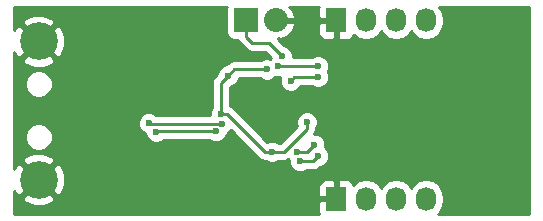
<source format=gbl>
G04 #@! TF.FileFunction,Copper,L2,Bot,Signal*
%FSLAX46Y46*%
G04 Gerber Fmt 4.6, Leading zero omitted, Abs format (unit mm)*
G04 Created by KiCad (PCBNEW (2016-05-05 BZR 6775)-product) date Monday, 13 February 2017 'pmt' 19:42:56*
%MOMM*%
%LPD*%
G01*
G04 APERTURE LIST*
%ADD10C,0.100000*%
%ADD11C,3.200000*%
%ADD12R,1.727200X2.032000*%
%ADD13O,1.727200X2.032000*%
%ADD14R,2.032000X2.032000*%
%ADD15O,2.032000X2.032000*%
%ADD16C,0.600000*%
%ADD17C,0.250000*%
%ADD18C,0.254000*%
G04 APERTURE END LIST*
D10*
D11*
X72750000Y-85350000D03*
X72750000Y-73650000D03*
D12*
X97940000Y-71880000D03*
D13*
X100480000Y-71880000D03*
X103020000Y-71880000D03*
X105560000Y-71880000D03*
D12*
X97940000Y-87000000D03*
D13*
X100480000Y-87000000D03*
X103020000Y-87000000D03*
X105560000Y-87000000D03*
D14*
X90320000Y-71880000D03*
D15*
X92860000Y-71880000D03*
D16*
X83462000Y-73150000D03*
X90950000Y-78700000D03*
X92084437Y-76034403D03*
X92500000Y-83000000D03*
X88175000Y-79825000D03*
X88802962Y-76545976D03*
X95475000Y-80475000D03*
X82090535Y-80554704D03*
X88258161Y-80633010D03*
X82719658Y-81292714D03*
X87780000Y-81278000D03*
X93368000Y-74928000D03*
X94099892Y-76983499D03*
X96431670Y-76661753D03*
X96423914Y-75758886D03*
X93009918Y-75756330D03*
X96107119Y-82401454D03*
X94638000Y-83056000D03*
X96443219Y-83346735D03*
X94892000Y-83818000D03*
D17*
X95475000Y-80475000D02*
X95475000Y-81058981D01*
X95475000Y-81058981D02*
X93533981Y-83000000D01*
X93533981Y-83000000D02*
X92924264Y-83000000D01*
X92924264Y-83000000D02*
X92500000Y-83000000D01*
X89314535Y-76034403D02*
X91660173Y-76034403D01*
X88802962Y-76545976D02*
X89314535Y-76034403D01*
X91660173Y-76034403D02*
X92084437Y-76034403D01*
X88802962Y-76545976D02*
X88179739Y-77169199D01*
X88179739Y-77169199D02*
X88179739Y-79820261D01*
X88179739Y-79820261D02*
X88175000Y-79825000D01*
X88175000Y-79825000D02*
X88723350Y-79825000D01*
X88723350Y-79825000D02*
X91898350Y-83000000D01*
X91898350Y-83000000D02*
X92500000Y-83000000D01*
X82168841Y-80633010D02*
X82090535Y-80554704D01*
X88258161Y-80633010D02*
X82168841Y-80633010D01*
X87780000Y-81278000D02*
X82734372Y-81278000D01*
X82734372Y-81278000D02*
X82719658Y-81292714D01*
X93368000Y-74928000D02*
X92240097Y-73800097D01*
X92240097Y-73800097D02*
X90828814Y-73800097D01*
X90828814Y-73800097D02*
X90320000Y-73291283D01*
X90320000Y-73291283D02*
X90320000Y-71880000D01*
X94399891Y-76683500D02*
X94099892Y-76983499D01*
X96431670Y-76661753D02*
X94421638Y-76661753D01*
X94421638Y-76661753D02*
X94399891Y-76683500D01*
X96421358Y-75756330D02*
X96423914Y-75758886D01*
X93009918Y-75756330D02*
X96421358Y-75756330D01*
X95807120Y-82701453D02*
X96107119Y-82401454D01*
X95452573Y-83056000D02*
X95807120Y-82701453D01*
X94638000Y-83056000D02*
X95452573Y-83056000D01*
X96143220Y-83646734D02*
X96443219Y-83346735D01*
X95971954Y-83818000D02*
X96143220Y-83646734D01*
X94892000Y-83818000D02*
X95971954Y-83818000D01*
D18*
G36*
X88656560Y-70864000D02*
X88656560Y-72896000D01*
X88705843Y-73143765D01*
X88846191Y-73353809D01*
X89056235Y-73494157D01*
X89304000Y-73543440D01*
X89610158Y-73543440D01*
X89617852Y-73582122D01*
X89782599Y-73828684D01*
X90291413Y-74337498D01*
X90537975Y-74502245D01*
X90828814Y-74560097D01*
X91925295Y-74560097D01*
X92404626Y-75039428D01*
X92322896Y-75121016D01*
X92271236Y-75099565D01*
X91899270Y-75099241D01*
X91555494Y-75241286D01*
X91522319Y-75274403D01*
X89314535Y-75274403D01*
X89071949Y-75322657D01*
X89023695Y-75332255D01*
X88777134Y-75497002D01*
X88663282Y-75610854D01*
X88617795Y-75610814D01*
X88274019Y-75752859D01*
X88010770Y-76015649D01*
X87868124Y-76359177D01*
X87868083Y-76406053D01*
X87642338Y-76631798D01*
X87477591Y-76878360D01*
X87419739Y-77169199D01*
X87419739Y-79257806D01*
X87382808Y-79294673D01*
X87240162Y-79638201D01*
X87239957Y-79873010D01*
X82731167Y-79873010D01*
X82620862Y-79762512D01*
X82277334Y-79619866D01*
X81905368Y-79619542D01*
X81561592Y-79761587D01*
X81298343Y-80024377D01*
X81155697Y-80367905D01*
X81155373Y-80739871D01*
X81297418Y-81083647D01*
X81560208Y-81346896D01*
X81784529Y-81440043D01*
X81784496Y-81477881D01*
X81926541Y-81821657D01*
X82189331Y-82084906D01*
X82532859Y-82227552D01*
X82904825Y-82227876D01*
X83248601Y-82085831D01*
X83296516Y-82038000D01*
X87217537Y-82038000D01*
X87249673Y-82070192D01*
X87593201Y-82212838D01*
X87965167Y-82213162D01*
X88308943Y-82071117D01*
X88572192Y-81808327D01*
X88714838Y-81464799D01*
X88714846Y-81455983D01*
X88787104Y-81426127D01*
X89018591Y-81195043D01*
X91360949Y-83537401D01*
X91607511Y-83702148D01*
X91898350Y-83760000D01*
X91937537Y-83760000D01*
X91969673Y-83792192D01*
X92313201Y-83934838D01*
X92685167Y-83935162D01*
X93028943Y-83793117D01*
X93062118Y-83760000D01*
X93533981Y-83760000D01*
X93824820Y-83702148D01*
X93907041Y-83647210D01*
X93957104Y-83697360D01*
X93956838Y-84003167D01*
X94098883Y-84346943D01*
X94361673Y-84610192D01*
X94705201Y-84752838D01*
X95077167Y-84753162D01*
X95420943Y-84611117D01*
X95454118Y-84578000D01*
X95971954Y-84578000D01*
X96262793Y-84520148D01*
X96509355Y-84355401D01*
X96582899Y-84281857D01*
X96628386Y-84281897D01*
X96972162Y-84139852D01*
X97235411Y-83877062D01*
X97378057Y-83533534D01*
X97378381Y-83161568D01*
X97236336Y-82817792D01*
X97031746Y-82612844D01*
X97041957Y-82588253D01*
X97042281Y-82216287D01*
X96900236Y-81872511D01*
X96637446Y-81609262D01*
X96293918Y-81466616D01*
X96099221Y-81466446D01*
X96177148Y-81349821D01*
X96235000Y-81058981D01*
X96235000Y-81037463D01*
X96267192Y-81005327D01*
X96409838Y-80661799D01*
X96410162Y-80289833D01*
X96268117Y-79946057D01*
X96005327Y-79682808D01*
X95661799Y-79540162D01*
X95289833Y-79539838D01*
X94946057Y-79681883D01*
X94682808Y-79944673D01*
X94540162Y-80288201D01*
X94539838Y-80660167D01*
X94615616Y-80843563D01*
X93219179Y-82240000D01*
X93062463Y-82240000D01*
X93030327Y-82207808D01*
X92686799Y-82065162D01*
X92314833Y-82064838D01*
X92118934Y-82145782D01*
X89260751Y-79287599D01*
X89014189Y-79122852D01*
X88939739Y-79108043D01*
X88939739Y-77484001D01*
X88942642Y-77481098D01*
X88988129Y-77481138D01*
X89331905Y-77339093D01*
X89595154Y-77076303D01*
X89712210Y-76794403D01*
X91521974Y-76794403D01*
X91554110Y-76826595D01*
X91897638Y-76969241D01*
X92269604Y-76969565D01*
X92613380Y-76827520D01*
X92771459Y-76669717D01*
X92823119Y-76691168D01*
X93195085Y-76691492D01*
X93211569Y-76684681D01*
X93165054Y-76796700D01*
X93164730Y-77168666D01*
X93306775Y-77512442D01*
X93569565Y-77775691D01*
X93913093Y-77918337D01*
X94285059Y-77918661D01*
X94628835Y-77776616D01*
X94892084Y-77513826D01*
X94930316Y-77421753D01*
X95869207Y-77421753D01*
X95901343Y-77453945D01*
X96244871Y-77596591D01*
X96616837Y-77596915D01*
X96960613Y-77454870D01*
X97223862Y-77192080D01*
X97366508Y-76848552D01*
X97366832Y-76476586D01*
X97252849Y-76200726D01*
X97358752Y-75945685D01*
X97359076Y-75573719D01*
X97217031Y-75229943D01*
X96954241Y-74966694D01*
X96610713Y-74824048D01*
X96238747Y-74823724D01*
X95894971Y-74965769D01*
X95864357Y-74996330D01*
X94302941Y-74996330D01*
X94303162Y-74742833D01*
X94161117Y-74399057D01*
X93898327Y-74135808D01*
X93554799Y-73993162D01*
X93507923Y-73993121D01*
X92987002Y-73472200D01*
X92987002Y-73366837D01*
X93242944Y-73485975D01*
X93724818Y-73286385D01*
X94197188Y-72848379D01*
X94465983Y-72262946D01*
X94420939Y-72165750D01*
X96441400Y-72165750D01*
X96441400Y-73022310D01*
X96538073Y-73255699D01*
X96716702Y-73434327D01*
X96950091Y-73531000D01*
X97654250Y-73531000D01*
X97813000Y-73372250D01*
X97813000Y-72007000D01*
X96600150Y-72007000D01*
X96441400Y-72165750D01*
X94420939Y-72165750D01*
X94347367Y-72007000D01*
X92987000Y-72007000D01*
X92987000Y-72027000D01*
X92733000Y-72027000D01*
X92733000Y-72007000D01*
X92713000Y-72007000D01*
X92713000Y-71753000D01*
X92733000Y-71753000D01*
X92733000Y-71733000D01*
X92987000Y-71733000D01*
X92987000Y-71753000D01*
X94347367Y-71753000D01*
X94465983Y-71497054D01*
X94197188Y-70911621D01*
X93979749Y-70710000D01*
X96452870Y-70710000D01*
X96441400Y-70737690D01*
X96441400Y-71594250D01*
X96600150Y-71753000D01*
X97813000Y-71753000D01*
X97813000Y-71733000D01*
X98067000Y-71733000D01*
X98067000Y-71753000D01*
X98087000Y-71753000D01*
X98087000Y-72007000D01*
X98067000Y-72007000D01*
X98067000Y-73372250D01*
X98225750Y-73531000D01*
X98929909Y-73531000D01*
X99163298Y-73434327D01*
X99341927Y-73255699D01*
X99405500Y-73102220D01*
X99420330Y-73124415D01*
X99906511Y-73449271D01*
X100480000Y-73563345D01*
X101053489Y-73449271D01*
X101539670Y-73124415D01*
X101750000Y-72809634D01*
X101960330Y-73124415D01*
X102446511Y-73449271D01*
X103020000Y-73563345D01*
X103593489Y-73449271D01*
X104079670Y-73124415D01*
X104290000Y-72809634D01*
X104500330Y-73124415D01*
X104986511Y-73449271D01*
X105560000Y-73563345D01*
X106133489Y-73449271D01*
X106619670Y-73124415D01*
X106944526Y-72638234D01*
X107058600Y-72064745D01*
X107058600Y-71695255D01*
X106944526Y-71121766D01*
X106669393Y-70710000D01*
X114290000Y-70710000D01*
X114290000Y-88290000D01*
X106551447Y-88290000D01*
X106619670Y-88244415D01*
X106944526Y-87758234D01*
X107058600Y-87184745D01*
X107058600Y-86815255D01*
X106944526Y-86241766D01*
X106619670Y-85755585D01*
X106133489Y-85430729D01*
X105560000Y-85316655D01*
X104986511Y-85430729D01*
X104500330Y-85755585D01*
X104290000Y-86070366D01*
X104079670Y-85755585D01*
X103593489Y-85430729D01*
X103020000Y-85316655D01*
X102446511Y-85430729D01*
X101960330Y-85755585D01*
X101750000Y-86070366D01*
X101539670Y-85755585D01*
X101053489Y-85430729D01*
X100480000Y-85316655D01*
X99906511Y-85430729D01*
X99420330Y-85755585D01*
X99405500Y-85777780D01*
X99341927Y-85624301D01*
X99163298Y-85445673D01*
X98929909Y-85349000D01*
X98225750Y-85349000D01*
X98067000Y-85507750D01*
X98067000Y-86873000D01*
X98087000Y-86873000D01*
X98087000Y-87127000D01*
X98067000Y-87127000D01*
X98067000Y-87147000D01*
X97813000Y-87147000D01*
X97813000Y-87127000D01*
X96600150Y-87127000D01*
X96441400Y-87285750D01*
X96441400Y-88142310D01*
X96502575Y-88290000D01*
X70710000Y-88290000D01*
X70710000Y-86936202D01*
X71343403Y-86936202D01*
X71515390Y-87265360D01*
X72342346Y-87592026D01*
X73231363Y-87577365D01*
X73984610Y-87265360D01*
X74156597Y-86936202D01*
X72750000Y-85529605D01*
X71343403Y-86936202D01*
X70710000Y-86936202D01*
X70710000Y-86283702D01*
X70834640Y-86584610D01*
X71163798Y-86756597D01*
X72570395Y-85350000D01*
X72929605Y-85350000D01*
X74336202Y-86756597D01*
X74665360Y-86584610D01*
X74952509Y-85857690D01*
X96441400Y-85857690D01*
X96441400Y-86714250D01*
X96600150Y-86873000D01*
X97813000Y-86873000D01*
X97813000Y-85507750D01*
X97654250Y-85349000D01*
X96950091Y-85349000D01*
X96716702Y-85445673D01*
X96538073Y-85624301D01*
X96441400Y-85857690D01*
X74952509Y-85857690D01*
X74992026Y-85757654D01*
X74977365Y-84868637D01*
X74665360Y-84115390D01*
X74336202Y-83943403D01*
X72929605Y-85350000D01*
X72570395Y-85350000D01*
X71163798Y-83943403D01*
X70834640Y-84115390D01*
X70710000Y-84430917D01*
X70710000Y-83763798D01*
X71343403Y-83763798D01*
X72750000Y-85170395D01*
X74156597Y-83763798D01*
X73984610Y-83434640D01*
X73157654Y-83107974D01*
X72268637Y-83122635D01*
X71515390Y-83434640D01*
X71343403Y-83763798D01*
X70710000Y-83763798D01*
X70710000Y-81984677D01*
X71564794Y-81984677D01*
X71744820Y-82420372D01*
X72077875Y-82754009D01*
X72513255Y-82934794D01*
X72984677Y-82935206D01*
X73420372Y-82755180D01*
X73754009Y-82422125D01*
X73934794Y-81986745D01*
X73935206Y-81515323D01*
X73755180Y-81079628D01*
X73422125Y-80745991D01*
X72986745Y-80565206D01*
X72515323Y-80564794D01*
X72079628Y-80744820D01*
X71745991Y-81077875D01*
X71565206Y-81513255D01*
X71564794Y-81984677D01*
X70710000Y-81984677D01*
X70710000Y-77484677D01*
X71564794Y-77484677D01*
X71744820Y-77920372D01*
X72077875Y-78254009D01*
X72513255Y-78434794D01*
X72984677Y-78435206D01*
X73420372Y-78255180D01*
X73754009Y-77922125D01*
X73934794Y-77486745D01*
X73935206Y-77015323D01*
X73755180Y-76579628D01*
X73422125Y-76245991D01*
X72986745Y-76065206D01*
X72515323Y-76064794D01*
X72079628Y-76244820D01*
X71745991Y-76577875D01*
X71565206Y-77013255D01*
X71564794Y-77484677D01*
X70710000Y-77484677D01*
X70710000Y-75236202D01*
X71343403Y-75236202D01*
X71515390Y-75565360D01*
X72342346Y-75892026D01*
X73231363Y-75877365D01*
X73984610Y-75565360D01*
X74156597Y-75236202D01*
X72750000Y-73829605D01*
X71343403Y-75236202D01*
X70710000Y-75236202D01*
X70710000Y-74583702D01*
X70834640Y-74884610D01*
X71163798Y-75056597D01*
X72570395Y-73650000D01*
X72929605Y-73650000D01*
X74336202Y-75056597D01*
X74665360Y-74884610D01*
X74992026Y-74057654D01*
X74977365Y-73168637D01*
X74665360Y-72415390D01*
X74336202Y-72243403D01*
X72929605Y-73650000D01*
X72570395Y-73650000D01*
X71163798Y-72243403D01*
X70834640Y-72415390D01*
X70710000Y-72730917D01*
X70710000Y-72063798D01*
X71343403Y-72063798D01*
X72750000Y-73470395D01*
X74156597Y-72063798D01*
X73984610Y-71734640D01*
X73157654Y-71407974D01*
X72268637Y-71422635D01*
X71515390Y-71734640D01*
X71343403Y-72063798D01*
X70710000Y-72063798D01*
X70710000Y-70710000D01*
X88687192Y-70710000D01*
X88656560Y-70864000D01*
X88656560Y-70864000D01*
G37*
X88656560Y-70864000D02*
X88656560Y-72896000D01*
X88705843Y-73143765D01*
X88846191Y-73353809D01*
X89056235Y-73494157D01*
X89304000Y-73543440D01*
X89610158Y-73543440D01*
X89617852Y-73582122D01*
X89782599Y-73828684D01*
X90291413Y-74337498D01*
X90537975Y-74502245D01*
X90828814Y-74560097D01*
X91925295Y-74560097D01*
X92404626Y-75039428D01*
X92322896Y-75121016D01*
X92271236Y-75099565D01*
X91899270Y-75099241D01*
X91555494Y-75241286D01*
X91522319Y-75274403D01*
X89314535Y-75274403D01*
X89071949Y-75322657D01*
X89023695Y-75332255D01*
X88777134Y-75497002D01*
X88663282Y-75610854D01*
X88617795Y-75610814D01*
X88274019Y-75752859D01*
X88010770Y-76015649D01*
X87868124Y-76359177D01*
X87868083Y-76406053D01*
X87642338Y-76631798D01*
X87477591Y-76878360D01*
X87419739Y-77169199D01*
X87419739Y-79257806D01*
X87382808Y-79294673D01*
X87240162Y-79638201D01*
X87239957Y-79873010D01*
X82731167Y-79873010D01*
X82620862Y-79762512D01*
X82277334Y-79619866D01*
X81905368Y-79619542D01*
X81561592Y-79761587D01*
X81298343Y-80024377D01*
X81155697Y-80367905D01*
X81155373Y-80739871D01*
X81297418Y-81083647D01*
X81560208Y-81346896D01*
X81784529Y-81440043D01*
X81784496Y-81477881D01*
X81926541Y-81821657D01*
X82189331Y-82084906D01*
X82532859Y-82227552D01*
X82904825Y-82227876D01*
X83248601Y-82085831D01*
X83296516Y-82038000D01*
X87217537Y-82038000D01*
X87249673Y-82070192D01*
X87593201Y-82212838D01*
X87965167Y-82213162D01*
X88308943Y-82071117D01*
X88572192Y-81808327D01*
X88714838Y-81464799D01*
X88714846Y-81455983D01*
X88787104Y-81426127D01*
X89018591Y-81195043D01*
X91360949Y-83537401D01*
X91607511Y-83702148D01*
X91898350Y-83760000D01*
X91937537Y-83760000D01*
X91969673Y-83792192D01*
X92313201Y-83934838D01*
X92685167Y-83935162D01*
X93028943Y-83793117D01*
X93062118Y-83760000D01*
X93533981Y-83760000D01*
X93824820Y-83702148D01*
X93907041Y-83647210D01*
X93957104Y-83697360D01*
X93956838Y-84003167D01*
X94098883Y-84346943D01*
X94361673Y-84610192D01*
X94705201Y-84752838D01*
X95077167Y-84753162D01*
X95420943Y-84611117D01*
X95454118Y-84578000D01*
X95971954Y-84578000D01*
X96262793Y-84520148D01*
X96509355Y-84355401D01*
X96582899Y-84281857D01*
X96628386Y-84281897D01*
X96972162Y-84139852D01*
X97235411Y-83877062D01*
X97378057Y-83533534D01*
X97378381Y-83161568D01*
X97236336Y-82817792D01*
X97031746Y-82612844D01*
X97041957Y-82588253D01*
X97042281Y-82216287D01*
X96900236Y-81872511D01*
X96637446Y-81609262D01*
X96293918Y-81466616D01*
X96099221Y-81466446D01*
X96177148Y-81349821D01*
X96235000Y-81058981D01*
X96235000Y-81037463D01*
X96267192Y-81005327D01*
X96409838Y-80661799D01*
X96410162Y-80289833D01*
X96268117Y-79946057D01*
X96005327Y-79682808D01*
X95661799Y-79540162D01*
X95289833Y-79539838D01*
X94946057Y-79681883D01*
X94682808Y-79944673D01*
X94540162Y-80288201D01*
X94539838Y-80660167D01*
X94615616Y-80843563D01*
X93219179Y-82240000D01*
X93062463Y-82240000D01*
X93030327Y-82207808D01*
X92686799Y-82065162D01*
X92314833Y-82064838D01*
X92118934Y-82145782D01*
X89260751Y-79287599D01*
X89014189Y-79122852D01*
X88939739Y-79108043D01*
X88939739Y-77484001D01*
X88942642Y-77481098D01*
X88988129Y-77481138D01*
X89331905Y-77339093D01*
X89595154Y-77076303D01*
X89712210Y-76794403D01*
X91521974Y-76794403D01*
X91554110Y-76826595D01*
X91897638Y-76969241D01*
X92269604Y-76969565D01*
X92613380Y-76827520D01*
X92771459Y-76669717D01*
X92823119Y-76691168D01*
X93195085Y-76691492D01*
X93211569Y-76684681D01*
X93165054Y-76796700D01*
X93164730Y-77168666D01*
X93306775Y-77512442D01*
X93569565Y-77775691D01*
X93913093Y-77918337D01*
X94285059Y-77918661D01*
X94628835Y-77776616D01*
X94892084Y-77513826D01*
X94930316Y-77421753D01*
X95869207Y-77421753D01*
X95901343Y-77453945D01*
X96244871Y-77596591D01*
X96616837Y-77596915D01*
X96960613Y-77454870D01*
X97223862Y-77192080D01*
X97366508Y-76848552D01*
X97366832Y-76476586D01*
X97252849Y-76200726D01*
X97358752Y-75945685D01*
X97359076Y-75573719D01*
X97217031Y-75229943D01*
X96954241Y-74966694D01*
X96610713Y-74824048D01*
X96238747Y-74823724D01*
X95894971Y-74965769D01*
X95864357Y-74996330D01*
X94302941Y-74996330D01*
X94303162Y-74742833D01*
X94161117Y-74399057D01*
X93898327Y-74135808D01*
X93554799Y-73993162D01*
X93507923Y-73993121D01*
X92987002Y-73472200D01*
X92987002Y-73366837D01*
X93242944Y-73485975D01*
X93724818Y-73286385D01*
X94197188Y-72848379D01*
X94465983Y-72262946D01*
X94420939Y-72165750D01*
X96441400Y-72165750D01*
X96441400Y-73022310D01*
X96538073Y-73255699D01*
X96716702Y-73434327D01*
X96950091Y-73531000D01*
X97654250Y-73531000D01*
X97813000Y-73372250D01*
X97813000Y-72007000D01*
X96600150Y-72007000D01*
X96441400Y-72165750D01*
X94420939Y-72165750D01*
X94347367Y-72007000D01*
X92987000Y-72007000D01*
X92987000Y-72027000D01*
X92733000Y-72027000D01*
X92733000Y-72007000D01*
X92713000Y-72007000D01*
X92713000Y-71753000D01*
X92733000Y-71753000D01*
X92733000Y-71733000D01*
X92987000Y-71733000D01*
X92987000Y-71753000D01*
X94347367Y-71753000D01*
X94465983Y-71497054D01*
X94197188Y-70911621D01*
X93979749Y-70710000D01*
X96452870Y-70710000D01*
X96441400Y-70737690D01*
X96441400Y-71594250D01*
X96600150Y-71753000D01*
X97813000Y-71753000D01*
X97813000Y-71733000D01*
X98067000Y-71733000D01*
X98067000Y-71753000D01*
X98087000Y-71753000D01*
X98087000Y-72007000D01*
X98067000Y-72007000D01*
X98067000Y-73372250D01*
X98225750Y-73531000D01*
X98929909Y-73531000D01*
X99163298Y-73434327D01*
X99341927Y-73255699D01*
X99405500Y-73102220D01*
X99420330Y-73124415D01*
X99906511Y-73449271D01*
X100480000Y-73563345D01*
X101053489Y-73449271D01*
X101539670Y-73124415D01*
X101750000Y-72809634D01*
X101960330Y-73124415D01*
X102446511Y-73449271D01*
X103020000Y-73563345D01*
X103593489Y-73449271D01*
X104079670Y-73124415D01*
X104290000Y-72809634D01*
X104500330Y-73124415D01*
X104986511Y-73449271D01*
X105560000Y-73563345D01*
X106133489Y-73449271D01*
X106619670Y-73124415D01*
X106944526Y-72638234D01*
X107058600Y-72064745D01*
X107058600Y-71695255D01*
X106944526Y-71121766D01*
X106669393Y-70710000D01*
X114290000Y-70710000D01*
X114290000Y-88290000D01*
X106551447Y-88290000D01*
X106619670Y-88244415D01*
X106944526Y-87758234D01*
X107058600Y-87184745D01*
X107058600Y-86815255D01*
X106944526Y-86241766D01*
X106619670Y-85755585D01*
X106133489Y-85430729D01*
X105560000Y-85316655D01*
X104986511Y-85430729D01*
X104500330Y-85755585D01*
X104290000Y-86070366D01*
X104079670Y-85755585D01*
X103593489Y-85430729D01*
X103020000Y-85316655D01*
X102446511Y-85430729D01*
X101960330Y-85755585D01*
X101750000Y-86070366D01*
X101539670Y-85755585D01*
X101053489Y-85430729D01*
X100480000Y-85316655D01*
X99906511Y-85430729D01*
X99420330Y-85755585D01*
X99405500Y-85777780D01*
X99341927Y-85624301D01*
X99163298Y-85445673D01*
X98929909Y-85349000D01*
X98225750Y-85349000D01*
X98067000Y-85507750D01*
X98067000Y-86873000D01*
X98087000Y-86873000D01*
X98087000Y-87127000D01*
X98067000Y-87127000D01*
X98067000Y-87147000D01*
X97813000Y-87147000D01*
X97813000Y-87127000D01*
X96600150Y-87127000D01*
X96441400Y-87285750D01*
X96441400Y-88142310D01*
X96502575Y-88290000D01*
X70710000Y-88290000D01*
X70710000Y-86936202D01*
X71343403Y-86936202D01*
X71515390Y-87265360D01*
X72342346Y-87592026D01*
X73231363Y-87577365D01*
X73984610Y-87265360D01*
X74156597Y-86936202D01*
X72750000Y-85529605D01*
X71343403Y-86936202D01*
X70710000Y-86936202D01*
X70710000Y-86283702D01*
X70834640Y-86584610D01*
X71163798Y-86756597D01*
X72570395Y-85350000D01*
X72929605Y-85350000D01*
X74336202Y-86756597D01*
X74665360Y-86584610D01*
X74952509Y-85857690D01*
X96441400Y-85857690D01*
X96441400Y-86714250D01*
X96600150Y-86873000D01*
X97813000Y-86873000D01*
X97813000Y-85507750D01*
X97654250Y-85349000D01*
X96950091Y-85349000D01*
X96716702Y-85445673D01*
X96538073Y-85624301D01*
X96441400Y-85857690D01*
X74952509Y-85857690D01*
X74992026Y-85757654D01*
X74977365Y-84868637D01*
X74665360Y-84115390D01*
X74336202Y-83943403D01*
X72929605Y-85350000D01*
X72570395Y-85350000D01*
X71163798Y-83943403D01*
X70834640Y-84115390D01*
X70710000Y-84430917D01*
X70710000Y-83763798D01*
X71343403Y-83763798D01*
X72750000Y-85170395D01*
X74156597Y-83763798D01*
X73984610Y-83434640D01*
X73157654Y-83107974D01*
X72268637Y-83122635D01*
X71515390Y-83434640D01*
X71343403Y-83763798D01*
X70710000Y-83763798D01*
X70710000Y-81984677D01*
X71564794Y-81984677D01*
X71744820Y-82420372D01*
X72077875Y-82754009D01*
X72513255Y-82934794D01*
X72984677Y-82935206D01*
X73420372Y-82755180D01*
X73754009Y-82422125D01*
X73934794Y-81986745D01*
X73935206Y-81515323D01*
X73755180Y-81079628D01*
X73422125Y-80745991D01*
X72986745Y-80565206D01*
X72515323Y-80564794D01*
X72079628Y-80744820D01*
X71745991Y-81077875D01*
X71565206Y-81513255D01*
X71564794Y-81984677D01*
X70710000Y-81984677D01*
X70710000Y-77484677D01*
X71564794Y-77484677D01*
X71744820Y-77920372D01*
X72077875Y-78254009D01*
X72513255Y-78434794D01*
X72984677Y-78435206D01*
X73420372Y-78255180D01*
X73754009Y-77922125D01*
X73934794Y-77486745D01*
X73935206Y-77015323D01*
X73755180Y-76579628D01*
X73422125Y-76245991D01*
X72986745Y-76065206D01*
X72515323Y-76064794D01*
X72079628Y-76244820D01*
X71745991Y-76577875D01*
X71565206Y-77013255D01*
X71564794Y-77484677D01*
X70710000Y-77484677D01*
X70710000Y-75236202D01*
X71343403Y-75236202D01*
X71515390Y-75565360D01*
X72342346Y-75892026D01*
X73231363Y-75877365D01*
X73984610Y-75565360D01*
X74156597Y-75236202D01*
X72750000Y-73829605D01*
X71343403Y-75236202D01*
X70710000Y-75236202D01*
X70710000Y-74583702D01*
X70834640Y-74884610D01*
X71163798Y-75056597D01*
X72570395Y-73650000D01*
X72929605Y-73650000D01*
X74336202Y-75056597D01*
X74665360Y-74884610D01*
X74992026Y-74057654D01*
X74977365Y-73168637D01*
X74665360Y-72415390D01*
X74336202Y-72243403D01*
X72929605Y-73650000D01*
X72570395Y-73650000D01*
X71163798Y-72243403D01*
X70834640Y-72415390D01*
X70710000Y-72730917D01*
X70710000Y-72063798D01*
X71343403Y-72063798D01*
X72750000Y-73470395D01*
X74156597Y-72063798D01*
X73984610Y-71734640D01*
X73157654Y-71407974D01*
X72268637Y-71422635D01*
X71515390Y-71734640D01*
X71343403Y-72063798D01*
X70710000Y-72063798D01*
X70710000Y-70710000D01*
X88687192Y-70710000D01*
X88656560Y-70864000D01*
M02*

</source>
